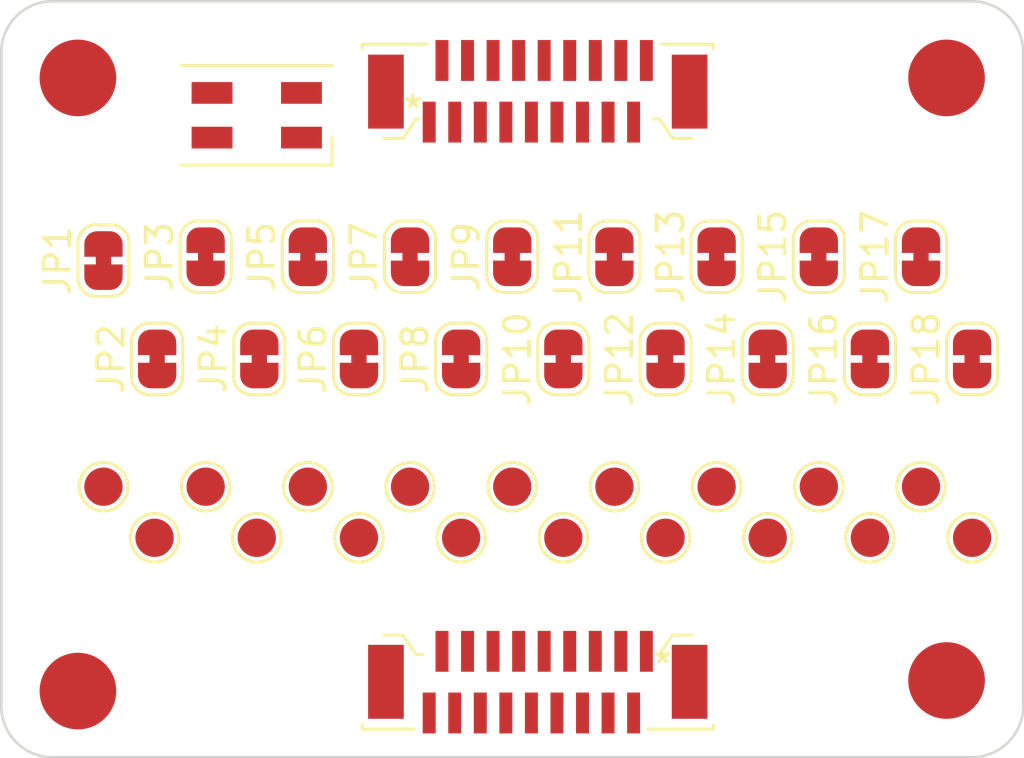
<source format=kicad_pcb>
(kicad_pcb (version 20211014) (generator pcbnew)
  (layers (0 "F.Cu" signal) (31 "B.Cu" signal) (34 "B.Paste" user) (35 "F.Paste" user) (36 "B.SilkS" user "B.Silkscreen") (37 "F.SilkS" user "F.Silkscreen") (38 "B.Mask" user) (39 "F.Mask" user) (44 "Edge.Cuts" user))
  (net 0 "")
  (net 1 "Net-(J1-Pad1)")
  (net 2 "Net-(J1-Pad2)")
  (net 3 "Net-(J1-Pad3)")
  (net 4 "Net-(J1-Pad4)")
  (net 5 "Net-(J1-Pad5)")
  (net 6 "Net-(J1-Pad6)")
  (net 7 "Net-(J1-Pad7)")
  (net 8 "Net-(J1-Pad8)")
  (net 9 "Net-(J1-Pad9)")
  (net 10 "Net-(J1-Pad10)")
  (net 11 "Net-(J1-Pad11)")
  (net 12 "Net-(J1-Pad12)")
  (net 13 "Net-(J1-Pad13)")
  (net 14 "Net-(J1-Pad14)")
  (net 15 "Net-(J1-Pad15)")
  (net 16 "Net-(J1-Pad16)")
  (net 17 "Net-(J1-Pad17)")
  (net 18 "Net-(J1-Pad18)")
  (net 23 "Net-(J2-Pad18)")
  (net 24 "Net-(J2-Pad17)")
  (net 25 "Net-(J2-Pad16)")
  (net 26 "Net-(J2-Pad15)")
  (net 27 "Net-(J2-Pad14)")
  (net 28 "Net-(J2-Pad13)")
  (net 29 "Net-(J2-Pad12)")
  (net 30 "Net-(J2-Pad11)")
  (net 31 "Net-(J2-Pad10)")
  (net 32 "Net-(J2-Pad9)")
  (net 33 "Net-(J2-Pad8)")
  (net 34 "Net-(J2-Pad7)")
  (net 35 "Net-(J2-Pad6)")
  (net 36 "Net-(J2-Pad5)")
  (net 37 "Net-(J2-Pad4)")
  (net 38 "Net-(J2-Pad3)")
  (net 39 "Net-(J2-Pad2)")
  (net 40 "Net-(J2-Pad1)")
  (footprint "TestPoint:TestPoint_Pad_D1.5mm" (layer "F.Cu") (at 158 100)
    (fp_text reference "TP10" hide)
    (fp_text value "TestPoint" hide)
    (fp_circle (center 0 0) (end 0 0.95) (layer "F.SilkS") (width 0.12) (fill none))
    (pad "1" smd circle (at 0 0) (size 1.5 1.5) (layers "F.Cu" "F.Mask") (net 9 "Net-(J1-Pad9)"))
  )
  (footprint "Jumper:SolderJumper-2_P1.3mm_Bridged_RoundedPad1.0x1.5mm" (layer "F.Cu") (at 162 93 90)
    (fp_text reference "JP12" (at 0 -1.8 90) (layer "F.SilkS"))
    (fp_text value "SolderJumper_2_Bridged" hide)
    (fp_poly (pts (xy 0.25 -0.3) (xy -0.25 -0.3) (xy -0.25 0.3) (xy 0.25 0.3)) (layer "F.Cu") (width 0) (fill solid))
    (fp_line (start -1.4 0.3) (end -1.4 -0.3) (layer "F.SilkS") (width 0.12))
    (fp_line (start 0.7 1) (end -0.7 1) (layer "F.SilkS") (width 0.12))
    (fp_line (start 1.4 -0.3) (end 1.4 0.3) (layer "F.SilkS") (width 0.12))
    (fp_line (start -0.7 -1) (end 0.7 -1) (layer "F.SilkS") (width 0.12))
    (fp_arc (start -1.4 -0.3) (mid -1.194975 -0.794975) (end -0.7 -1) (layer "F.SilkS") (width 0.12))
    (fp_arc (start 1.4 0.3) (mid 1.194975 0.794975) (end 0.7 1) (layer "F.SilkS") (width 0.12))
    (fp_arc (start -0.7 1) (mid -1.194975 0.794975) (end -1.4 0.3) (layer "F.SilkS") (width 0.12))
    (fp_arc (start 0.7 -1) (mid 1.194975 -0.794975) (end 1.4 -0.3) (layer "F.SilkS") (width 0.12))
    (pad "1" smd custom (at -0.65 0 90) (size 1 0.5) (layers "F.Cu" "F.Mask") (net 7 "Net-(J1-Pad7)") (options (clearance outline) (anchor rect)) (primitives (gr_circle (center 0 0.25) (end 0.5 0.25) (width 0) (fill yes)) (gr_circle (center 0 -0.25) (end 0.5 -0.25) (width 0) (fill yes)) (gr_poly (pts (xy 0.5 0.75) (xy 0 0.75) (xy 0 -0.75) (xy 0.5 -0.75)) (width 0) (fill yes))))
    (pad "2" smd custom (at 0.65 0 90) (size 1 0.5) (layers "F.Cu" "F.Mask") (net 29 "Net-(J2-Pad12)") (options (clearance outline) (anchor rect)) (primitives (gr_circle (center 0 0.25) (end 0.5 0.25) (width 0) (fill yes)) (gr_circle (center 0 -0.25) (end 0.5 -0.25) (width 0) (fill yes)) (gr_poly (pts (xy 0 0.75) (xy -0.5 0.75) (xy -0.5 -0.75) (xy 0 -0.75)) (width 0) (fill yes))))
  )
  (footprint "00_Custom:XF2J-1824-12A" (layer "F.Cu") (at 152.750001 83.73)
    (fp_text reference "J2" hide)
    (fp_text value "XF2J-1824-12A" hide)
    (fp_text user "*" (at -0.635 -0.508) (layer "F.SilkS"))
    (fp_line (start -1.016 0.635) (end -1.778 0.635) (layer "F.SilkS") (width 0.12))
    (fp_line (start 9.525 0.635) (end 10.287 0.635) (layer "F.SilkS") (width 0.12))
    (fp_line (start 11.120699 -2.883381) (end 11.120699 -3.048) (layer "F.SilkS") (width 0.12))
    (fp_line (start -1.016 0.635) (end -0.508 -0.127) (layer "F.SilkS") (width 0.12))
    (fp_line (start -2.620701 -3.048) (end -2.620701 -2.883381) (layer "F.SilkS") (width 0.12))
    (fp_line (start -0.086741 -3.048) (end -2.620701 -3.048) (layer "F.SilkS") (width 0.12))
    (fp_line (start -0.508 -0.127) (end -0.381 -0.127) (layer "F.SilkS") (width 0.12))
    (fp_line (start 9.017 -0.127) (end 8.763 -0.127) (layer "F.SilkS") (width 0.12))
    (fp_line (start 11.120699 -3.048) (end 9.086738 -3.048) (layer "F.SilkS") (width 0.12))
    (fp_line (start 9.525 0.635) (end 9.017 -0.127) (layer "F.SilkS") (width 0.12))
    (pad "1" smd rect (at 0 0) (size 0.508 1.6002) (layers "F.Cu" "F.Paste" "F.Mask") (net 40 "Net-(J2-Pad1)"))
    (pad "2" smd rect (at 0.499999 -2.413) (size 0.508 1.6002) (layers "F.Cu" "F.Paste" "F.Mask") (net 39 "Net-(J2-Pad2)"))
    (pad "3" smd rect (at 0.999998 0) (size 0.508 1.6002) (layers "F.Cu" "F.Paste" "F.Mask") (net 38 "Net-(J2-Pad3)"))
    (pad "4" smd rect (at 1.5 -2.413) (size 0.508 1.6002) (layers "F.Cu" "F.Paste" "F.Mask") (net 37 "Net-(J2-Pad4)"))
    (pad "5" smd rect (at 1.999999 0) (size 0.508 1.6002) (layers "F.Cu" "F.Paste" "F.Mask") (net 36 "Net-(J2-Pad5)"))
    (pad "6" smd rect (at 2.5 -2.413) (size 0.508 1.6002) (layers "F.Cu" "F.Paste" "F.Mask") (net 35 "Net-(J2-Pad6)"))
    (pad "7" smd rect (at 2.999999 0) (size 0.508 1.6002) (layers "F.Cu" "F.Paste" "F.Mask") (net 34 "Net-(J2-Pad7)"))
    (pad "8" smd rect (at 3.499998 -2.413) (size 0.508 1.6002) (layers "F.Cu" "F.Paste" "F.Mask") (net 33 "Net-(J2-Pad8)"))
    (pad "9" smd rect (at 4 0) (size 0.508 1.6002) (layers "F.Cu" "F.Paste" "F.Mask") (net 32 "Net-(J2-Pad9)"))
    (pad "10" smd rect (at 4.499999 -2.413) (size 0.508 1.6002) (layers "F.Cu" "F.Paste" "F.Mask") (net 31 "Net-(J2-Pad10)"))
    (pad "11" smd rect (at 4.999998 0) (size 0.508 1.6002) (layers "F.Cu" "F.Paste" "F.Mask") (net 30 "Net-(J2-Pad11)"))
    (pad "12" smd rect (at 5.499999 -2.413) (size 0.508 1.6002) (layers "F.Cu" "F.Paste" "F.Mask") (net 29 "Net-(J2-Pad12)"))
    (pad "13" smd rect (at 5.999998 0) (size 0.508 1.6002) (layers "F.Cu" "F.Paste" "F.Mask") (net 28 "Net-(J2-Pad13)"))
    (pad "14" smd rect (at 6.5 -2.413) (size 0.508 1.6002) (layers "F.Cu" "F.Paste" "F.Mask") (net 27 "Net-(J2-Pad14)"))
    (pad "15" smd rect (at 6.999999 0) (size 0.508 1.6002) (layers "F.Cu" "F.Paste" "F.Mask") (net 26 "Net-(J2-Pad15)"))
    (pad "16" smd rect (at 7.499998 -2.413) (size 0.508 1.6002) (layers "F.Cu" "F.Paste" "F.Mask") (net 25 "Net-(J2-Pad16)"))
    (pad "17" smd rect (at 7.999999 0) (size 0.508 1.6002) (layers "F.Cu" "F.Paste" "F.Mask") (net 24 "Net-(J2-Pad17)"))
    (pad "18" smd rect (at 8.499998 -2.413) (size 0.508 1.6002) (layers "F.Cu" "F.Paste" "F.Mask") (net 23 "Net-(J2-Pad18)"))
    (pad "19" smd rect (at -1.693601 -1.1938) (size 1.397 2.8956) (layers "F.Cu" "F.Paste" "F.Mask"))
    (pad "20" smd rect (at 10.193599 -1.1938) (size 1.397 2.8956) (layers "F.Cu" "F.Paste" "F.Mask"))
  )
  (footprint "TestPoint:TestPoint_Pad_D1.5mm" (layer "F.Cu") (at 140 98)
    (fp_text reference "TP1" hide)
    (fp_text value "TestPoint" hide)
    (fp_circle (center 0 0) (end 0 0.95) (layer "F.SilkS") (width 0.12) (fill none))
    (pad "1" smd circle (at 0 0) (size 1.5 1.5) (layers "F.Cu" "F.Mask") (net 18 "Net-(J1-Pad18)"))
  )
  (footprint "Jumper:SolderJumper-2_P1.3mm_Bridged_RoundedPad1.0x1.5mm" (layer "F.Cu") (at 140 89.150004 90)
    (fp_text reference "JP1" (at 0 -1.8 90) (layer "F.SilkS"))
    (fp_text value "SolderJumper_2_Bridged" hide)
    (fp_poly (pts (xy 0.25 -0.3) (xy -0.25 -0.3) (xy -0.25 0.3) (xy 0.25 0.3)) (layer "F.Cu") (width 0) (fill solid))
    (fp_line (start -0.7 -1) (end 0.7 -1) (layer "F.SilkS") (width 0.12))
    (fp_line (start -1.4 0.3) (end -1.4 -0.3) (layer "F.SilkS") (width 0.12))
    (fp_line (start 1.4 -0.3) (end 1.4 0.3) (layer "F.SilkS") (width 0.12))
    (fp_line (start 0.7 1) (end -0.7 1) (layer "F.SilkS") (width 0.12))
    (fp_arc (start 0.7 -1) (mid 1.194975 -0.794975) (end 1.4 -0.3) (layer "F.SilkS") (width 0.12))
    (fp_arc (start -1.4 -0.3) (mid -1.194975 -0.794975) (end -0.7 -1) (layer "F.SilkS") (width 0.12))
    (fp_arc (start -0.7 1) (mid -1.194975 0.794975) (end -1.4 0.3) (layer "F.SilkS") (width 0.12))
    (fp_arc (start 1.4 0.3) (mid 1.194975 0.794975) (end 0.7 1) (layer "F.SilkS") (width 0.12))
    (pad "1" smd custom (at -0.65 0 90) (size 1 0.5) (layers "F.Cu" "F.Mask") (net 18 "Net-(J1-Pad18)") (options (clearance outline) (anchor rect)) (primitives (gr_circle (center 0 0.25) (end 0.5 0.25) (width 0) (fill yes)) (gr_circle (center 0 -0.25) (end 0.5 -0.25) (width 0) (fill yes)) (gr_poly (pts (xy 0.5 0.75) (xy 0 0.75) (xy 0 -0.75) (xy 0.5 -0.75)) (width 0) (fill yes))))
    (pad "2" smd custom (at 0.65 0 90) (size 1 0.5) (layers "F.Cu" "F.Mask") (net 40 "Net-(J2-Pad1)") (options (clearance outline) (anchor rect)) (primitives (gr_circle (center 0 0.25) (end 0.5 0.25) (width 0) (fill yes)) (gr_circle (center 0 -0.25) (end 0.5 -0.25) (width 0) (fill yes)) (gr_poly (pts (xy 0 0.75) (xy -0.5 0.75) (xy -0.5 -0.75) (xy 0 -0.75)) (width 0) (fill yes))))
  )
  (footprint "Jumper:SolderJumper-2_P1.3mm_Bridged_RoundedPad1.0x1.5mm" (layer "F.Cu") (at 166 93 90)
    (fp_text reference "JP14" (at 0 -1.8 90) (layer "F.SilkS"))
    (fp_text value "SolderJumper_2_Bridged" hide)
    (fp_poly (pts (xy 0.25 -0.3) (xy -0.25 -0.3) (xy -0.25 0.3) (xy 0.25 0.3)) (layer "F.Cu") (width 0) (fill solid))
    (fp_line (start 0.7 1) (end -0.7 1) (layer "F.SilkS") (width 0.12))
    (fp_line (start -1.4 0.3) (end -1.4 -0.3) (layer "F.SilkS") (width 0.12))
    (fp_line (start 1.4 -0.3) (end 1.4 0.3) (layer "F.SilkS") (width 0.12))
    (fp_line (start -0.7 -1) (end 0.7 -1) (layer "F.SilkS") (width 0.12))
    (fp_arc (start -0.7 1) (mid -1.194975 0.794975) (end -1.4 0.3) (layer "F.SilkS") (width 0.12))
    (fp_arc (start -1.4 -0.3) (mid -1.194975 -0.794975) (end -0.7 -1) (layer "F.SilkS") (width 0.12))
    (fp_arc (start 0.7 -1) (mid 1.194975 -0.794975) (end 1.4 -0.3) (layer "F.SilkS") (width 0.12))
    (fp_arc (start 1.4 0.3) (mid 1.194975 0.794975) (end 0.7 1) (layer "F.SilkS") (width 0.12))
    (pad "1" smd custom (at -0.65 0 90) (size 1 0.5) (layers "F.Cu" "F.Mask") (net 5 "Net-(J1-Pad5)") (options (clearance outline) (anchor rect)) (primitives (gr_circle (center 0 0.25) (end 0.5 0.25) (width 0) (fill yes)) (gr_circle (center 0 -0.25) (end 0.5 -0.25) (width 0) (fill yes)) (gr_poly (pts (xy 0.5 0.75) (xy 0 0.75) (xy 0 -0.75) (xy 0.5 -0.75)) (width 0) (fill yes))))
    (pad "2" smd custom (at 0.65 0 90) (size 1 0.5) (layers "F.Cu" "F.Mask") (net 27 "Net-(J2-Pad14)") (options (clearance outline) (anchor rect)) (primitives (gr_circle (center 0 0.25) (end 0.5 0.25) (width 0) (fill yes)) (gr_circle (center 0 -0.25) (end 0.5 -0.25) (width 0) (fill yes)) (gr_poly (pts (xy 0 0.75) (xy -0.5 0.75) (xy -0.5 -0.75) (xy 0 -0.75)) (width 0) (fill yes))))
  )
  (footprint "Jumper:SolderJumper-2_P1.3mm_Bridged_RoundedPad1.0x1.5mm" (layer "F.Cu") (at 170 93 90)
    (fp_text reference "JP16" (at 0 -1.8 90) (layer "F.SilkS"))
    (fp_text value "SolderJumper_2_Bridged" hide)
    (fp_poly (pts (xy 0.25 -0.3) (xy -0.25 -0.3) (xy -0.25 0.3) (xy 0.25 0.3)) (layer "F.Cu") (width 0) (fill solid))
    (fp_line (start 1.4 -0.3) (end 1.4 0.3) (layer "F.SilkS") (width 0.12))
    (fp_line (start 0.7 1) (end -0.7 1) (layer "F.SilkS") (width 0.12))
    (fp_line (start -1.4 0.3) (end -1.4 -0.3) (layer "F.SilkS") (width 0.12))
    (fp_line (start -0.7 -1) (end 0.7 -1) (layer "F.SilkS") (width 0.12))
    (fp_arc (start -0.7 1) (mid -1.194975 0.794975) (end -1.4 0.3) (layer "F.SilkS") (width 0.12))
    (fp_arc (start 0.7 -1) (mid 1.194975 -0.794975) (end 1.4 -0.3) (layer "F.SilkS") (width 0.12))
    (fp_arc (start 1.4 0.3) (mid 1.194975 0.794975) (end 0.7 1) (layer "F.SilkS") (width 0.12))
    (fp_arc (start -1.4 -0.3) (mid -1.194975 -0.794975) (end -0.7 -1) (layer "F.SilkS") (width 0.12))
    (pad "1" smd custom (at -0.65 0 90) (size 1 0.5) (layers "F.Cu" "F.Mask") (net 3 "Net-(J1-Pad3)") (options (clearance outline) (anchor rect)) (primitives (gr_circle (center 0 0.25) (end 0.5 0.25) (width 0) (fill yes)) (gr_circle (center 0 -0.25) (end 0.5 -0.25) (width 0) (fill yes)) (gr_poly (pts (xy 0.5 0.75) (xy 0 0.75) (xy 0 -0.75) (xy 0.5 -0.75)) (width 0) (fill yes))))
    (pad "2" smd custom (at 0.65 0 90) (size 1 0.5) (layers "F.Cu" "F.Mask") (net 25 "Net-(J2-Pad16)") (options (clearance outline) (anchor rect)) (primitives (gr_circle (center 0 0.25) (end 0.5 0.25) (width 0) (fill yes)) (gr_circle (center 0 -0.25) (end 0.5 -0.25) (width 0) (fill yes)) (gr_poly (pts (xy 0 0.75) (xy -0.5 0.75) (xy -0.5 -0.75) (xy 0 -0.75)) (width 0) (fill yes))))
  )
  (footprint "Jumper:SolderJumper-2_P1.3mm_Bridged_RoundedPad1.0x1.5mm" (layer "F.Cu") (at 144 89 90)
    (fp_text reference "JP3" (at 0 -1.8 90) (layer "F.SilkS"))
    (fp_text value "SolderJumper_2_Bridged" hide)
    (fp_poly (pts (xy 0.25 -0.3) (xy -0.25 -0.3) (xy -0.25 0.3) (xy 0.25 0.3)) (layer "F.Cu") (width 0) (fill solid))
    (fp_line (start -0.7 -1) (end 0.7 -1) (layer "F.SilkS") (width 0.12))
    (fp_line (start -1.4 0.3) (end -1.4 -0.3) (layer "F.SilkS") (width 0.12))
    (fp_line (start 0.7 1) (end -0.7 1) (layer "F.SilkS") (width 0.12))
    (fp_line (start 1.4 -0.3) (end 1.4 0.3) (layer "F.SilkS") (width 0.12))
    (fp_arc (start -1.4 -0.3) (mid -1.194975 -0.794975) (end -0.7 -1) (layer "F.SilkS") (width 0.12))
    (fp_arc (start 1.4 0.3) (mid 1.194975 0.794975) (end 0.7 1) (layer "F.SilkS") (width 0.12))
    (fp_arc (start -0.7 1) (mid -1.194975 0.794975) (end -1.4 0.3) (layer "F.SilkS") (width 0.12))
    (fp_arc (start 0.7 -1) (mid 1.194975 -0.794975) (end 1.4 -0.3) (layer "F.SilkS") (width 0.12))
    (pad "1" smd custom (at -0.65 0 90) (size 1 0.5) (layers "F.Cu" "F.Mask") (net 16 "Net-(J1-Pad16)") (options (clearance outline) (anchor rect)) (primitives (gr_circle (center 0 0.25) (end 0.5 0.25) (width 0) (fill yes)) (gr_circle (center 0 -0.25) (end 0.5 -0.25) (width 0) (fill yes)) (gr_poly (pts (xy 0.5 0.75) (xy 0 0.75) (xy 0 -0.75) (xy 0.5 -0.75)) (width 0) (fill yes))))
    (pad "2" smd custom (at 0.65 0 90) (size 1 0.5) (layers "F.Cu" "F.Mask") (net 38 "Net-(J2-Pad3)") (options (clearance outline) (anchor rect)) (primitives (gr_circle (center 0 0.25) (end 0.5 0.25) (width 0) (fill yes)) (gr_circle (center 0 -0.25) (end 0.5 -0.25) (width 0) (fill yes)) (gr_poly (pts (xy 0 0.75) (xy -0.5 0.75) (xy -0.5 -0.75) (xy 0 -0.75)) (width 0) (fill yes))))
  )
  (footprint "Jumper:SolderJumper-2_P1.3mm_Bridged_RoundedPad1.0x1.5mm" (layer "F.Cu") (at 172 89 90)
    (fp_text reference "JP17" (at 0 -1.8 90) (layer "F.SilkS"))
    (fp_text value "SolderJumper_2_Bridged" hide)
    (fp_poly (pts (xy 0.25 -0.3) (xy -0.25 -0.3) (xy -0.25 0.3) (xy 0.25 0.3)) (layer "F.Cu") (width 0) (fill solid))
    (fp_line (start -0.7 -1) (end 0.7 -1) (layer "F.SilkS") (width 0.12))
    (fp_line (start -1.4 0.3) (end -1.4 -0.3) (layer "F.SilkS") (width 0.12))
    (fp_line (start 0.7 1) (end -0.7 1) (layer "F.SilkS") (width 0.12))
    (fp_line (start 1.4 -0.3) (end 1.4 0.3) (layer "F.SilkS") (width 0.12))
    (fp_arc (start 1.4 0.3) (mid 1.194975 0.794975) (end 0.7 1) (layer "F.SilkS") (width 0.12))
    (fp_arc (start -0.7 1) (mid -1.194975 0.794975) (end -1.4 0.3) (layer "F.SilkS") (width 0.12))
    (fp_arc (start -1.4 -0.3) (mid -1.194975 -0.794975) (end -0.7 -1) (layer "F.SilkS") (width 0.12))
    (fp_arc (start 0.7 -1) (mid 1.194975 -0.794975) (end 1.4 -0.3) (layer "F.SilkS") (width 0.12))
    (pad "1" smd custom (at -0.65 0 90) (size 1 0.5) (layers "F.Cu" "F.Mask") (net 2 "Net-(J1-Pad2)") (options (clearance outline) (anchor rect)) (primitives (gr_circle (center 0 0.25) (end 0.5 0.25) (width 0) (fill yes)) (gr_circle (center 0 -0.25) (end 0.5 -0.25) (width 0) (fill yes)) (gr_poly (pts (xy 0.5 0.75) (xy 0 0.75) (xy 0 -0.75) (xy 0.5 -0.75)) (width 0) (fill yes))))
    (pad "2" smd custom (at 0.65 0 90) (size 1 0.5) (layers "F.Cu" "F.Mask") (net 24 "Net-(J2-Pad17)") (options (clearance outline) (anchor rect)) (primitives (gr_circle (center 0 0.25) (end 0.5 0.25) (width 0) (fill yes)) (gr_circle (center 0 -0.25) (end 0.5 -0.25) (width 0) (fill yes)) (gr_poly (pts (xy 0 0.75) (xy -0.5 0.75) (xy -0.5 -0.75) (xy 0 -0.75)) (width 0) (fill yes))))
  )
  (footprint "00_Custom:XF2J-1824-12A" (layer "F.Cu") (at 161.249999 104.444 180)
    (fp_text reference "J1" hide)
    (fp_text value "XF2J-1824-12A" hide)
    (fp_text user "*" (at -0.635 -0.508) (layer "F.SilkS"))
    (fp_line (start 11.120699 -3.048) (end 9.086738 -3.048) (layer "F.SilkS") (width 0.12))
    (fp_line (start 9.017 -0.127) (end 8.763 -0.127) (layer "F.SilkS") (width 0.12))
    (fp_line (start 9.525 0.635) (end 9.017 -0.127) (layer "F.SilkS") (width 0.12))
    (fp_line (start -0.086741 -3.048) (end -2.620701 -3.048) (layer "F.SilkS") (width 0.12))
    (fp_line (start -0.508 -0.127) (end -0.381 -0.127) (layer "F.SilkS") (width 0.12))
    (fp_line (start 9.525 0.635) (end 10.287 0.635) (layer "F.SilkS") (width 0.12))
    (fp_line (start -2.620701 -3.048) (end -2.620701 -2.883381) (layer "F.SilkS") (width 0.12))
    (fp_line (start -1.016 0.635) (end -1.778 0.635) (layer "F.SilkS") (width 0.12))
    (fp_line (start 11.120699 -2.883381) (end 11.120699 -3.048) (layer "F.SilkS") (width 0.12))
    (fp_line (start -1.016 0.635) (end -0.508 -0.127) (layer "F.SilkS") (width 0.12))
    (pad "1" smd rect (at 0 0 180) (size 0.508 1.6002) (layers "F.Cu" "F.Paste" "F.Mask") (net 1 "Net-(J1-Pad1)"))
    (pad "2" smd rect (at 0.499999 -2.413 180) (size 0.508 1.6002) (layers "F.Cu" "F.Paste" "F.Mask") (net 2 "Net-(J1-Pad2)"))
    (pad "3" smd rect (at 0.999998 0 180) (size 0.508 1.6002) (layers "F.Cu" "F.Paste" "F.Mask") (net 3 "Net-(J1-Pad3)"))
    (pad "4" smd rect (at 1.5 -2.413 180) (size 0.508 1.6002) (layers "F.Cu" "F.Paste" "F.Mask") (net 4 "Net-(J1-Pad4)"))
    (pad "5" smd rect (at 1.999999 0 180) (size 0.508 1.6002) (layers "F.Cu" "F.Paste" "F.Mask") (net 5 "Net-(J1-Pad5)"))
    (pad "6" smd rect (at 2.5 -2.413 180) (size 0.508 1.6002) (layers "F.Cu" "F.Paste" "F.Mask") (net 6 "Net-(J1-Pad6)"))
    (pad "7" smd rect (at 2.999999 0 180) (size 0.508 1.6002) (layers "F.Cu" "F.Paste" "F.Mask") (net 7 "Net-(J1-Pad7)"))
    (pad "8" smd rect (at 3.499998 -2.413 180) (size 0.508 1.6002) (layers "F.Cu" "F.Paste" "F.Mask") (net 8 "Net-(J1-Pad8)"))
    (pad "9" smd rect (at 4 0 180) (size 0.508 1.6002) (layers "F.Cu" "F.Paste" "F.Mask") (net 9 "Net-(J1-Pad9)"))
    (pad "10" smd rect (at 4.499999 -2.413 180) (size 0.508 1.6002) (layers "F.Cu" "F.Paste" "F.Mask") (net 10 "Net-(J1-Pad10)"))
    (pad "11" smd rect (at 4.999998 0 180) (size 0.508 1.6002) (layers "F.Cu" "F.Paste" "F.Mask") (net 11 "Net-(J1-Pad11)"))
    (pad "12" smd rect (at 5.499999 -2.413 180) (size 0.508 1.6002) (layers "F.Cu" "F.Paste" "F.Mask") (net 12 "Net-(J1-Pad12)"))
    (pad "13" smd rect (at 5.999998 0 180) (size 0.508 1.6002) (layers "F.Cu" "F.Paste" "F.Mask") (net 13 "Net-(J1-Pad13)"))
    (pad "14" smd rect (at 6.5 -2.413 180) (size 0.508 1.6002) (layers "F.Cu" "F.Paste" "F.Mask") (net 14 "Net-(J1-Pad14)"))
    (pad "15" smd rect (at 6.999999 0 180) (size 0.508 1.6002) (layers "F.Cu" "F.Paste" "F.Mask") (net 15 "Net-(J1-Pad15)"))
    (pad "16" smd rect (at 7.499998 -2.413 180) (size 0.508 1.6002) (layers "F.Cu" "F.Paste" "F.Mask") (net 16 "Net-(J1-Pad16)"))
    (pad "17" smd rect (at 7.999999 0 180) (size 0.508 1.6002) (layers "F.Cu" "F.Paste" "F.Mask") (net 17 "Net-(J1-Pad17)"))
    (pad "18" smd rect (at 8.499998 -2.413 180) (size 0.508 1.6002) (layers "F.Cu" "F.Paste" "F.Mask") (net 18 "Net-(J1-Pad18)"))
    (pad "19" smd rect (at -1.693601 -1.1938 180) (size 1.397 2.8956) (layers "F.Cu" "F.Paste" "F.Mask"))
    (pad "20" smd rect (at 10.193599 -1.1938 180) (size 1.397 2.8956) (layers "F.Cu" "F.Paste" "F.Mask"))
  )
  (footprint "Jumper:SolderJumper-2_P1.3mm_Bridged_RoundedPad1.0x1.5mm" (layer "F.Cu") (at 156 89 90)
    (fp_text reference "JP9" (at 0 -1.8 90) (layer "F.SilkS"))
    (fp_text value "SolderJumper_2_Bridged" hide)
    (fp_poly (pts (xy 0.25 -0.3) (xy -0.25 -0.3) (xy -0.25 0.3) (xy 0.25 0.3)) (layer "F.Cu") (width 0) (fill solid))
    (fp_line (start -0.7 -1) (end 0.7 -1) (layer "F.SilkS") (width 0.12))
    (fp_line (start 0.7 1) (end -0.7 1) (layer "F.SilkS") (width 0.12))
    (fp_line (start 1.4 -0.3) (end 1.4 0.3) (layer "F.SilkS") (width 0.12))
    (fp_line (start -1.4 0.3) (end -1.4 -0.3) (layer "F.SilkS") (width 0.12))
    (fp_arc (start 1.4 0.3) (mid 1.194975 0.794975) (end 0.7 1) (layer "F.SilkS") (width 0.12))
    (fp_arc (start -0.7 1) (mid -1.194975 0.794975) (end -1.4 0.3) (layer "F.SilkS") (width 0.12))
    (fp_arc (start -1.4 -0.3) (mid -1.194975 -0.794975) (end -0.7 -1) (layer "F.SilkS") (width 0.12))
    (fp_arc (start 0.7 -1) (mid 1.194975 -0.794975) (end 1.4 -0.3) (layer "F.SilkS") (width 0.12))
    (pad "1" smd custom (at -0.65 0 90) (size 1 0.5) (layers "F.Cu" "F.Mask") (net 10 "Net-(J1-Pad10)") (options (clearance outline) (anchor rect)) (primitives (gr_circle (center 0 0.25) (end 0.5 0.25) (width 0) (fill yes)) (gr_circle (center 0 -0.25) (end 0.5 -0.25) (width 0) (fill yes)) (gr_poly (pts (xy 0.5 0.75) (xy 0 0.75) (xy 0 -0.75) (xy 0.5 -0.75)) (width 0) (fill yes))))
    (pad "2" smd custom (at 0.65 0 90) (size 1 0.5) (layers "F.Cu" "F.Mask") (net 32 "Net-(J2-Pad9)") (options (clearance outline) (anchor rect)) (primitives (gr_circle (center 0 0.25) (end 0.5 0.25) (width 0) (fill yes)) (gr_circle (center 0 -0.25) (end 0.5 -0.25) (width 0) (fill yes)) (gr_poly (pts (xy 0 0.75) (xy -0.5 0.75) (xy -0.5 -0.75) (xy 0 -0.75)) (width 0) (fill yes))))
  )
  (footprint "TestPoint:TestPoint_Pad_D1.5mm" (layer "F.Cu") (at 142 100)
    (fp_text reference "TP2" hide)
    (fp_text value "TestPoint" hide)
    (fp_circle (center 0 0) (end 0 0.95) (layer "F.SilkS") (width 0.12) (fill none))
    (pad "1" smd circle (at 0 0) (size 1.5 1.5) (layers "F.Cu" "F.Mask") (net 17 "Net-(J1-Pad17)"))
  )
  (footprint "TestPoint:TestPoint_Pad_D1.5mm" (layer "F.Cu") (at 162 100)
    (fp_text reference "TP12" hide)
    (fp_text value "TestPoint" hide)
    (fp_circle (center 0 0) (end 0 0.95) (layer "F.SilkS") (width 0.12) (fill none))
    (pad "1" smd circle (at 0 0) (size 1.5 1.5) (layers "F.Cu" "F.Mask") (net 7 "Net-(J1-Pad7)"))
  )
  (footprint "TestPoint:TestPoint_Pad_D1.5mm" (layer "F.Cu") (at 166 100)
    (fp_text reference "TP14" hide)
    (fp_text value "TestPoint" hide)
    (fp_circle (center 0 0) (end 0 0.95) (layer "F.SilkS") (width 0.12) (fill none))
    (pad "1" smd circle (at 0 0) (size 1.5 1.5) (layers "F.Cu" "F.Mask") (net 5 "Net-(J1-Pad5)"))
  )
  (footprint "TestPoint:TestPoint_Pad_D1.5mm" (layer "F.Cu") (at 174 100)
    (fp_text reference "TP18" hide)
    (fp_text value "TestPoint" hide)
    (fp_circle (center 0 0) (end 0 0.95) (layer "F.SilkS") (width 0.12) (fill none))
    (pad "1" smd circle (at 0 0) (size 1.5 1.5) (layers "F.Cu" "F.Mask") (net 1 "Net-(J1-Pad1)"))
  )
  (footprint "LED_SMD:LED_SK6812MINI_PLCC4_3.5x3.5mm_P1.75mm" (layer "F.Cu") (at 146 83.462)
    (fp_text reference "D1" hide)
    (fp_text value "SK6812MINI" hide)
    (fp_line (start -2.95 -1.95) (end 2.95 -1.95) (layer "F.SilkS") (width 0.12))
    (fp_line (start 2.95 1.95) (end 2.95 0.875) (layer "F.SilkS") (width 0.12))
    (fp_line (start -2.95 1.95) (end 2.95 1.95) (layer "F.SilkS") (width 0.12))
    (pad "1" smd rect (at -1.75 -0.875) (size 1.6 0.85) (layers "F.Cu" "F.Paste" "F.Mask"))
    (pad "2" smd rect (at -1.75 0.875) (size 1.6 0.85) (layers "F.Cu" "F.Paste" "F.Mask"))
    (pad "3" smd rect (at 1.75 0.875) (size 1.6 0.85) (layers "F.Cu" "F.Paste" "F.Mask"))
    (pad "4" smd rect (at 1.75 -0.875) (size 1.6 0.85) (layers "F.Cu" "F.Paste" "F.Mask"))
  )
  (footprint "TestPoint:TestPoint_Pad_D1.5mm" (layer "F.Cu") (at 160 98)
    (fp_text reference "TP11" hide)
    (fp_text value "TestPoint" hide)
    (fp_circle (center 0 0) (end 0 0.95) (layer "F.SilkS") (width 0.12) (fill none))
    (pad "1" smd circle (at 0 0) (size 1.5 1.5) (layers "F.Cu" "F.Mask") (net 8 "Net-(J1-Pad8)"))
  )
  (footprint "TestPoint:TestPoint_Pad_D1.5mm" (layer "F.Cu") (at 150 100)
    (fp_text reference "TP6" hide)
    (fp_text value "TestPoint" hide)
    (fp_circle (center 0 0) (end 0 0.95) (layer "F.SilkS") (width 0.12) (fill none))
    (pad "1" smd circle (at 0 0) (size 1.5 1.5) (layers "F.Cu" "F.Mask") (net 13 "Net-(J1-Pad13)"))
  )
  (footprint "Jumper:SolderJumper-2_P1.3mm_Bridged_RoundedPad1.0x1.5mm" (layer "F.Cu") (at 152 89 90)
    (fp_text reference "JP7" (at 0 -1.8 90) (layer "F.SilkS"))
    (fp_text value "SolderJumper_2_Bridged" hide)
    (fp_poly (pts (xy 0.25 -0.3) (xy -0.25 -0.3) (xy -0.25 0.3) (xy 0.25 0.3)) (layer "F.Cu") (width 0) (fill solid))
    (fp_line (start -1.4 0.3) (end -1.4 -0.3) (layer "F.SilkS") (width 0.12))
    (fp_line (start 1.4 -0.3) (end 1.4 0.3) (layer "F.SilkS") (width 0.12))
    (fp_line (start -0.7 -1) (end 0.7 -1) (layer "F.SilkS") (width 0.12))
    (fp_line (start 0.7 1) (end -0.7 1) (layer "F.SilkS") (width 0.12))
    (fp_arc (start 1.4 0.3) (mid 1.194975 0.794975) (end 0.7 1) (layer "F.SilkS") (width 0.12))
    (fp_arc (start 0.7 -1) (mid 1.194975 -0.794975) (end 1.4 -0.3) (layer "F.SilkS") (width 0.12))
    (fp_arc (start -1.4 -0.3) (mid -1.194975 -0.794975) (end -0.7 -1) (layer "F.SilkS") (width 0.12))
    (fp_arc (start -0.7 1) (mid -1.194975 0.794975) (end -1.4 0.3) (layer "F.SilkS") (width 0.12))
    (pad "1" smd custom (at -0.65 0 90) (size 1 0.5) (layers "F.Cu" "F.Mask") (net 12 "Net-(J1-Pad12)") (options (clearance outline) (anchor rect)) (primitives (gr_circle (center 0 0.25) (end 0.5 0.25) (width 0) (fill yes)) (gr_circle (center 0 -0.25) (end 0.5 -0.25) (width 0) (fill yes)) (gr_poly (pts (xy 0.5 0.75) (xy 0 0.75) (xy 0 -0.75) (xy 0.5 -0.75)) (width 0) (fill yes))))
    (pad "2" smd custom (at 0.65 0 90) (size 1 0.5) (layers "F.Cu" "F.Mask") (net 34 "Net-(J2-Pad7)") (options (clearance outline) (anchor rect)) (primitives (gr_circle (center 0 0.25) (end 0.5 0.25) (width 0) (fill yes)) (gr_circle (center 0 -0.25) (end 0.5 -0.25) (width 0) (fill yes)) (gr_poly (pts (xy 0 0.75) (xy -0.5 0.75) (xy -0.5 -0.75) (xy 0 -0.75)) (width 0) (fill yes))))
  )
  (footprint "TestPoint:TestPoint_Pad_D1.5mm" (layer "F.Cu") (at 146 100)
    (fp_text reference "TP4" hide)
    (fp_text value "TestPoint" hide)
    (fp_circle (center 0 0) (end 0 0.95) (layer "F.SilkS") (width 0.12) (fill none))
    (pad "1" smd circle (at 0 0) (size 1.5 1.5) (layers "F.Cu" "F.Mask") (net 15 "Net-(J1-Pad15)"))
  )
  (footprint "TestPoint:TestPoint_Pad_D1.5mm" (layer "F.Cu") (at 164 98)
    (fp_text reference "TP13" hide)
    (fp_text value "TestPoint" hide)
    (fp_circle (center 0 0) (end 0 0.95) (layer "F.SilkS") (width 0.12) (fill none))
    (pad "1" smd circle (at 0 0) (size 1.5 1.5) (layers "F.Cu" "F.Mask") (net 6 "Net-(J1-Pad6)"))
  )
  (footprint "TestPoint:TestPoint_Pad_D1.5mm" (layer "F.Cu") (at 172 98)
    (fp_text reference "TP17" hide)
    (fp_text value "TestPoint" hide)
    (fp_circle (center 0 0) (end 0 0.95) (layer "F.SilkS") (width 0.12) (fill none))
    (pad "1" smd circle (at 0 0) (size 1.5 1.5) (layers "F.Cu" "F.Mask") (net 2 "Net-(J1-Pad2)"))
  )
  (footprint "TestPoint:TestPoint_Pad_D1.5mm" (layer "F.Cu") (at 170 100)
    (fp_text reference "TP16" hide)
    (fp_text value "TestPoint" hide)
    (fp_circle (center 0 0) (end 0 0.95) (layer "F.SilkS") (width 0.12) (fill none))
    (pad "1" smd circle (at 0 0) (size 1.5 1.5) (layers "F.Cu" "F.Mask") (net 3 "Net-(J1-Pad3)"))
  )
  (footprint "Jumper:SolderJumper-2_P1.3mm_Bridged_RoundedPad1.0x1.5mm" (layer "F.Cu") (at 174 93 90)
    (fp_text reference "JP18" (at 0 -1.8 90) (layer "F.SilkS"))
    (fp_text value "SolderJumper_2_Bridged" hide)
    (fp_poly (pts (xy 0.25 -0.3) (xy -0.25 -0.3) (xy -0.25 0.3) (xy 0.25 0.3)) (layer "F.Cu") (width 0) (fill solid))
    (fp_line (start 1.4 -0.3) (end 1.4 0.3) (layer "F.SilkS") (width 0.12))
    (fp_line (start -0.7 -1) (end 0.7 -1) (layer "F.SilkS") (width 0.12))
    (fp_line (start 0.7 1) (end -0.7 1) (layer "F.SilkS") (width 0.12))
    (fp_line (start -1.4 0.3) (end -1.4 -0.3) (layer "F.SilkS") (width 0.12))
    (fp_arc (start -0.7 1) (mid -1.194975 0.794975) (end -1.4 0.3) (layer "F.SilkS") (width 0.12))
    (fp_arc (start -1.4 -0.3) (mid -1.194975 -0.794975) (end -0.7 -1) (layer "F.SilkS") (width 0.12))
    (fp_arc (start 0.7 -1) (mid 1.194975 -0.794975) (end 1.4 -0.3) (layer "F.SilkS") (width 0.12))
    (fp_arc (start 1.4 0.3) (mid 1.194975 0.794975) (end 0.7 1) (layer "F.SilkS") (width 0.12))
    (pad "1" smd custom (at -0.65 0 90) (size 1 0.5) (layers "F.Cu" "F.Mask") (net 1 "Net-(J1-Pad1)") (options (clearance outline) (anchor rect)) (primitives (gr_circle (center 0 0.25) (end 0.5 0.25) (width 0) (fill yes)) (gr_circle (center 0 -0.25) (end 0.5 -0.25) (width 0) (fill yes)) (gr_poly (pts (xy 0.5 0.75) (xy 0 0.75) (xy 0 -0.75) (xy 0.5 -0.75)) (width 0) (fill yes))))
    (pad "2" smd custom (at 0.65 0 90) (size 1 0.5) (layers "F.Cu" "F.Mask") (net 23 "Net-(J2-Pad18)") (options (clearance outline) (anchor rect)) (primitives (gr_circle (center 0 0.25) (end 0.5 0.25) (width 0) (fill yes)) (gr_circle (center 0 -0.25) (end 0.5 -0.25) (width 0) (fill yes)) (gr_poly (pts (xy 0 0.75) (xy -0.5 0.75) (xy -0.5 -0.75) (xy 0 -0.75)) (width 0) (fill yes))))
  )
  (footprint "Jumper:SolderJumper-2_P1.3mm_Bridged_RoundedPad1.0x1.5mm" (layer "F.Cu") (at 168 89 90)
    (fp_text reference "JP15" (at 0 -1.8 90) (layer "F.SilkS"))
    (fp_text value "SolderJumper_2_Bridged" hide)
    (fp_poly (pts (xy 0.25 -0.3) (xy -0.25 -0.3) (xy -0.25 0.3) (xy 0.25 0.3)) (layer "F.Cu") (width 0) (fill solid))
    (fp_line (start 1.4 -0.3) (end 1.4 0.3) (layer "F.SilkS") (width 0.12))
    (fp_line (start -0.7 -1) (end 0.7 -1) (layer "F.SilkS") (width 0.12))
    (fp_line (start 0.7 1) (end -0.7 1) (layer "F.SilkS") (width 0.12))
    (fp_line (start -1.4 0.3) (end -1.4 -0.3) (layer "F.SilkS") (width 0.12))
    (fp_arc (start -1.4 -0.3) (mid -1.194975 -0.794975) (end -0.7 -1) (layer "F.SilkS") (width 0.12))
    (fp_arc (start 1.4 0.3) (mid 1.194975 0.794975) (end 0.7 1) (layer "F.SilkS") (width 0.12))
    (fp_arc (start -0.7 1) (mid -1.194975 0.794975) (end -1.4 0.3) (layer "F.SilkS") (width 0.12))
    (fp_arc (start 0.7 -1) (mid 1.194975 -0.794975) (end 1.4 -0.3) (layer "F.SilkS") (width 0.12))
    (pad "1" smd custom (at -0.65 0 90) (size 1 0.5) (layers "F.Cu" "F.Mask") (net 4 "Net-(J1-Pad4)") (options (clearance outline) (anchor rect)) (primitives (gr_circle (center 0 0.25) (end 0.5 0.25) (width 0) (fill yes)) (gr_circle (center 0 -0.25) (end 0.5 -0.25) (width 0) (fill yes)) (gr_poly (pts (xy 0.5 0.75) (xy 0 0.75) (xy 0 -0.75) (xy 0.5 -0.75)) (width 0) (fill yes))))
    (pad "2" smd custom (at 0.65 0 90) (size 1 0.5) (layers "F.Cu" "F.Mask") (net 26 "Net-(J2-Pad15)") (options (clearance outline) (anchor rect)) (primitives (gr_circle (center 0 0.25) (end 0.5 0.25) (width 0) (fill yes)) (gr_circle (center 0 -0.25) (end 0.5 -0.25) (width 0) (fill yes)) (gr_poly (pts (xy 0 0.75) (xy -0.5 0.75) (xy -0.5 -0.75) (xy 0 -0.75)) (width 0) (fill yes))))
  )
  (footprint "TestPoint:TestPoint_Pad_D1.5mm" (layer "F.Cu") (at 152 98)
    (fp_text reference "TP7" hide)
    (fp_text value "TestPoint" hide)
    (fp_circle (center 0 0) (end 0 0.95) (layer "F.SilkS") (width 0.12) (fill none))
    (pad "1" smd circle (at 0 0) (size 1.5 1.5) (layers "F.Cu" "F.Mask") (net 12 "Net-(J1-Pad12)"))
  )
  (footprint "Jumper:SolderJumper-2_P1.3mm_Bridged_RoundedPad1.0x1.5mm" (layer "F.Cu") (at 142.099997 93 90)
    (fp_text reference "JP2" (at 0 -1.8 90) (layer "F.SilkS"))
    (fp_text value "SolderJumper_2_Bridged" hide)
    (fp_poly (pts (xy 0.25 -0.3) (xy -0.25 -0.3) (xy -0.25 0.3) (xy 0.25 0.3)) (layer "F.Cu") (width 0) (fill solid))
    (fp_line (start -1.4 0.3) (end -1.4 -0.3) (layer "F.SilkS") (width 0.12))
    (fp_line (start -0.7 -1) (end 0.7 -1) (layer "F.SilkS") (width 0.12))
    (fp_line (start 0.7 1) (end -0.7 1) (layer "F.SilkS") (width 0.12))
    (fp_line (start 1.4 -0.3) (end 1.4 0.3) (layer "F.SilkS") (width 0.12))
    (fp_arc (start -0.7 1) (mid -1.194975 0.794975) (end -1.4 0.3) (layer "F.SilkS") (width 0.12))
    (fp_arc (start -1.4 -0.3) (mid -1.194975 -0.794975) (end -0.7 -1) (layer "F.SilkS") (width 0.12))
    (fp_arc (start 0.7 -1) (mid 1.194975 -0.794975) (end 1.4 -0.3) (layer "F.SilkS") (width 0.12))
    (fp_arc (start 1.4 0.3) (mid 1.194975 0.794975) (end 0.7 1) (layer "F.SilkS") (width 0.12))
    (pad "1" smd custom (at -0.65 0 90) (size 1 0.5) (layers "F.Cu" "F.Mask") (net 17 "Net-(J1-Pad17)") (options (clearance outline) (anchor rect)) (primitives (gr_circle (center 0 0.25) (end 0.5 0.25) (width 0) (fill yes)) (gr_circle (center 0 -0.25) (end 0.5 -0.25) (width 0) (fill yes)) (gr_poly (pts (xy 0.5 0.75) (xy 0 0.75) (xy 0 -0.75) (xy 0.5 -0.75)) (width 0) (fill yes))))
    (pad "2" smd custom (at 0.65 0 90) (size 1 0.5) (layers "F.Cu" "F.Mask") (net 39 "Net-(J2-Pad2)") (options (clearance outline) (anchor rect)) (primitives (gr_circle (center 0 0.25) (end 0.5 0.25) (width 0) (fill yes)) (gr_circle (center 0 -0.25) (end 0.5 -0.25) (width 0) (fill yes)) (gr_poly (pts (xy 0 0.75) (xy -0.5 0.75) (xy -0.5 -0.75) (xy 0 -0.75)) (width 0) (fill yes))))
  )
  (footprint "Jumper:SolderJumper-2_P1.3mm_Bridged_RoundedPad1.0x1.5mm" (layer "F.Cu") (at 158 93 90)
    (fp_text reference "JP10" (at 0 -1.8 90) (layer "F.SilkS"))
    (fp_text value "SolderJumper_2_Bridged" hide)
    (fp_poly (pts (xy 0.25 -0.3) (xy -0.25 -0.3) (xy -0.25 0.3) (xy 0.25 0.3)) (layer "F.Cu") (width 0) (fill solid))
    (fp_line (start 1.4 -0.3) (end 1.4 0.3) (layer "F.SilkS") (width 0.12))
    (fp_line (start 0.7 1) (end -0.7 1) (layer "F.SilkS") (width 0.12))
    (fp_line (start -1.4 0.3) (end -1.4 -0.3) (layer "F.SilkS") (width 0.12))
    (fp_line (start -0.7 -1) (end 0.7 -1) (layer "F.SilkS") (width 0.12))
    (fp_arc (start -0.7 1) (mid -1.194975 0.794975) (end -1.4 0.3) (layer "F.SilkS") (width 0.12))
    (fp_arc (start 0.7 -1) (mid 1.194975 -0.794975) (end 1.4 -0.3) (layer "F.SilkS") (width 0.12))
    (fp_arc (start -1.4 -0.3) (mid -1.194975 -0.794975) (end -0.7 -1) (layer "F.SilkS") (width 0.12))
    (fp_arc (start 1.4 0.3) (mid 1.194975 0.794975) (end 0.7 1) (layer "F.SilkS") (width 0.12))
    (pad "1" smd custom (at -0.65 0 90) (size 1 0.5) (layers "F.Cu" "F.Mask") (net 9 "Net-(J1-Pad9)") (options (clearance outline) (anchor rect)) (primitives (gr_circle (center 0 0.25) (end 0.5 0.25) (width 0) (fill yes)) (gr_circle (center 0 -0.25) (end 0.5 -0.25) (width 0) (fill yes)) (gr_poly (pts (xy 0.5 0.75) (xy 0 0.75) (xy 0 -0.75) (xy 0.5 -0.75)) (width 0) (fill yes))))
    (pad "2" smd custom (at 0.65 0 90) (size 1 0.5) (layers "F.Cu" "F.Mask") (net 31 "Net-(J2-Pad10)") (options (clearance outline) (anchor rect)) (primitives (gr_circle (center 0 0.25) (end 0.5 0.25) (width 0) (fill yes)) (gr_circle (center 0 -0.25) (end 0.5 -0.25) (width 0) (fill yes)) (gr_poly (pts (xy 0 0.75) (xy -0.5 0.75) (xy -0.5 -0.75) (xy 0 -0.75)) (width 0) (fill yes))))
  )
  (footprint "TestPoint:TestPoint_Pad_D1.5mm" (layer "F.Cu") (at 148 98)
    (fp_text reference "TP5" hide)
    (fp_text value "TestPoint" hide)
    (fp_circle (center 0 0) (end 0 0.95) (layer "F.SilkS") (width 0.12) (fill none))
    (pad "1" smd circle (at 0 0) (size 1.5 1.5) (layers "F.Cu" "F.Mask") (net 14 "Net-(J1-Pad14)"))
  )
  (footprint "TestPoint:TestPoint_Pad_D1.5mm" (layer "F.Cu") (at 168 98)
    (fp_text reference "TP15" hide)
    (fp_text value "TestPoint" hide)
    (fp_circle (center 0 0) (end 0 0.95) (layer "F.SilkS") (width 0.12) (fill none))
    (pad "1" smd circle (at 0 0) (size 1.5 1.5) (layers "F.Cu" "F.Mask") (net 4 "Net-(J1-Pad4)"))
  )
  (footprint "TestPoint:TestPoint_Pad_D1.5mm" (layer "F.Cu") (at 156 98)
    (fp_text reference "TP9" hide)
    (fp_text value "TestPoint" hide)
    (fp_circle (center 0 0) (end 0 0.95) (layer "F.SilkS") (width 0.12) (fill none))
    (pad "1" smd circle (at 0 0) (size 1.5 1.5) (layers "F.Cu" "F.Mask") (net 10 "Net-(J1-Pad10)"))
  )
  (footprint "Jumper:SolderJumper-2_P1.3mm_Bridged_RoundedPad1.0x1.5mm" (layer "F.Cu") (at 154 93 90)
    (fp_text reference "JP8" (at 0 -1.8 90) (layer "F.SilkS"))
    (fp_text value "SolderJumper_2_Bridged" hide)
    (fp_poly (pts (xy 0.25 -0.3) (xy -0.25 -0.3) (xy -0.25 0.3) (xy 0.25 0.3)) (layer "F.Cu") (width 0) (fill solid))
    (fp_line (start -1.4 0.3) (end -1.4 -0.3) (layer "F.SilkS") (width 0.12))
    (fp_line (start 1.4 -0.3) (end 1.4 0.3) (layer "F.SilkS") (width 0.12))
    (fp_line (start -0.7 -1) (end 0.7 -1) (layer "F.SilkS") (width 0.12))
    (fp_line (start 0.7 1) (end -0.7 1) (layer "F.SilkS") (width 0.12))
    (fp_arc (start -0.7 1) (mid -1.194975 0.794975) (end -1.4 0.3) (layer "F.SilkS") (width 0.12))
    (fp_arc (start -1.4 -0.3) (mid -1.194975 -0.794975) (end -0.7 -1) (layer "F.SilkS") (width 0.12))
    (fp_arc (start 1.4 0.3) (mid 1.194975 0.794975) (end 0.7 1) (layer "F.SilkS") (width 0.12))
    (fp_arc (start 0.7 -1) (mid 1.194975 -0.794975) (end 1.4 -0.3) (layer "F.SilkS") (width 0.12))
    (pad "1" smd custom (at -0.65 0 90) (size 1 0.5) (layers "F.Cu" "F.Mask") (net 11 "Net-(J1-Pad11)") (options (clearance outline) (anchor rect)) (primitives (gr_circle (center 0 0.25) (end 0.5 0.25) (width 0) (fill yes)) (gr_circle (center 0 -0.25) (end 0.5 -0.25) (width 0) (fill yes)) (gr_poly (pts (xy 0.5 0.75) (xy 0 0.75) (xy 0 -0.75) (xy 0.5 -0.75)) (width 0) (fill yes))))
    (pad "2" smd custom (at 0.65 0 90) (size 1 0.5) (layers "F.Cu" "F.Mask") (net 33 "Net-(J2-Pad8)") (options (clearance outline) (anchor rect)) (primitives (gr_circle (center 0 0.25) (end 0.5 0.25) (width 0) (fill yes)) (gr_circle (center 0 -0.25) (end 0.5 -0.25) (width 0) (fill yes)) (gr_poly (pts (xy 0 0.75) (xy -0.5 0.75) (xy -0.5 -0.75) (xy 0 -0.75)) (width 0) (fill yes))))
  )
  (footprint "TestPoint:TestPoint_Pad_D1.5mm" (layer "F.Cu") (at 144 98)
    (fp_text reference "TP3" hide)
    (fp_text value "TestPoint" hide)
    (fp_circle (center 0 0) (end 0 0.95) (layer "F.SilkS") (width 0.12) (fill none))
    (pad "1" smd circle (at 0 0) (size 1.5 1.5) (layers "F.Cu" "F.Mask") (net 16 "Net-(J1-Pad16)"))
  )
  (footprint "Jumper:SolderJumper-2_P1.3mm_Bridged_RoundedPad1.0x1.5mm" (layer "F.Cu") (at 148 89 90)
    (fp_text reference "JP5" (at 0 -1.8 90) (layer "F.SilkS"))
    (fp_text value "SolderJumper_2_Bridged" hide)
    (fp_poly (pts (xy 0.25 -0.3) (xy -0.25 -0.3) (xy -0.25 0.3) (xy 0.25 0.3)) (layer "F.Cu") (width 0) (fill solid))
    (fp_line (start 0.7 1) (end -0.7 1) (layer "F.SilkS") (width 0.12))
    (fp_line (start -1.4 0.3) (end -1.4 -0.3) (layer "F.SilkS") (width 0.12))
    (fp_line (start 1.4 -0.3) (end 1.4 0.3) (layer "F.SilkS") (width 0.12))
    (fp_line (start -0.7 -1) (end 0.7 -1) (layer "F.SilkS") (width 0.12))
    (fp_arc (start -1.4 -0.3) (mid -1.194975 -0.794975) (end -0.7 -1) (layer "F.SilkS") (width 0.12))
    (fp_arc (start 1.4 0.3) (mid 1.194975 0.794975) (end 0.7 1) (layer "F.SilkS") (width 0.12))
    (fp_arc (start -0.7 1) (mid -1.194975 0.794975) (end -1.4 0.3) (layer "F.SilkS") (width 0.12))
    (fp_arc (start 0.7 -1) (mid 1.194975 -0.794975) (end 1.4 -0.3) (layer "F.SilkS") (width 0.12))
    (pad "1" smd custom (at -0.65 0 90) (size 1 0.5) (layers "F.Cu" "F.Mask") (net 14 "Net-(J1-Pad14)") (options (clearance outline) (anchor rect)) (primitives (gr_circle (center 0 0.25) (end 0.5 0.25) (width 0) (fill yes)) (gr_circle (center 0 -0.25) (end 0.5 -0.25) (width 0) (fill yes)) (gr_poly (pts (xy 0.5 0.75) (xy 0 0.75) (xy 0 -0.75) (xy 0.5 -0.75)) (width 0) (fill yes))))
    (pad "2" smd custom (at 0.65 0 90) (size 1 0.5) (layers "F.Cu" "F.Mask") (net 36 "Net-(J2-Pad5)") (options (clearance outline) (anchor rect)) (primitives (gr_circle (center 0 0.25) (end 0.5 0.25) (width 0) (fill yes)) (gr_circle (center 0 -0.25) (end 0.5 -0.25) (width 0) (fill yes)) (gr_poly (pts (xy 0 0.75) (xy -0.5 0.75) (xy -0.5 -0.75) (xy 0 -0.75)) (width 0) (fill yes))))
  )
  (footprint "Jumper:SolderJumper-2_P1.3mm_Bridged_RoundedPad1.0x1.5mm" (layer "F.Cu") (at 160 89 90)
    (fp_text reference "JP11" (at 0 -1.8 90) (layer "F.SilkS"))
    (fp_text value "SolderJumper_2_Bridged" hide)
    (fp_poly (pts (xy 0.25 -0.3) (xy -0.25 -0.3) (xy -0.25 0.3) (xy 0.25 0.3)) (layer "F.Cu") (width 0) (fill solid))
    (fp_line (start -0.7 -1) (end 0.7 -1) (layer "F.SilkS") (width 0.12))
    (fp_line (start -1.4 0.3) (end -1.4 -0.3) (layer "F.SilkS") (width 0.12))
    (fp_line (start 0.7 1) (end -0.7 1) (layer "F.SilkS") (width 0.12))
    (fp_line (start 1.4 -0.3) (end 1.4 0.3) (layer "F.SilkS") (width 0.12))
    (fp_arc (start -1.4 -0.3) (mid -1.194975 -0.794975) (end -0.7 -1) (layer "F.SilkS") (width 0.12))
    (fp_arc (start 0.7 -1) (mid 1.194975 -0.794975) (end 1.4 -0.3) (layer "F.SilkS") (width 0.12))
    (fp_arc (start 1.4 0.3) (mid 1.194975 0.794975) (end 0.7 1) (layer "F.SilkS") (width 0.12))
    (fp_arc (start -0.7 1) (mid -1.194975 0.794975) (end -1.4 0.3) (layer "F.SilkS") (width 0.12))
    (pad "1" smd custom (at -0.65 0 90) (size 1 0.5) (layers "F.Cu" "F.Mask") (net 8 "Net-(J1-Pad8)") (options (clearance outline) (anchor rect)) (primitives (gr_circle (center 0 0.25) (end 0.5 0.25) (width 0) (fill yes)) (gr_circle (center 0 -0.25) (end 0.5 -0.25) (width 0) (fill yes)) (gr_poly (pts (xy 0.5 0.75) (xy 0 0.75) (xy 0 -0.75) (xy 0.5 -0.75)) (width 0) (fill yes))))
    (pad "2" smd custom (at 0.65 0 90) (size 1 0.5) (layers "F.Cu" "F.Mask") (net 30 "Net-(J2-Pad11)") (options (clearance outline) (anchor rect)) (primitives (gr_circle (center 0 0.25) (end 0.5 0.25) (width 0) (fill yes)) (gr_circle (center 0 -0.25) (end 0.5 -0.25) (width 0) (fill yes)) (gr_poly (pts (xy 0 0.75) (xy -0.5 0.75) (xy -0.5 -0.75) (xy 0 -0.75)) (width 0) (fill yes))))
  )
  (footprint "Jumper:SolderJumper-2_P1.3mm_Bridged_RoundedPad1.0x1.5mm" (layer "F.Cu") (at 164 89 90)
    (fp_text reference "JP13" (at 0 -1.8 90) (layer "F.SilkS"))
    (fp_text value "SolderJumper_2_Bridged" hide)
    (fp_poly (pts (xy 0.25 -0.3) (xy -0.25 -0.3) (xy -0.25 0.3) (xy 0.25 0.3)) (layer "F.Cu") (width 0) (fill solid))
    (fp_line (start -1.4 0.3) (end -1.4 -0.3) (layer "F.SilkS") (width 0.12))
    (fp_line (start 1.4 -0.3) (end 1.4 0.3) (layer "F.SilkS") (width 0.12))
    (fp_line (start -0.7 -1) (end 0.7 -1) (layer "F.SilkS") (width 0.12))
    (fp_line (start 0.7 1) (end -0.7 1) (layer "F.SilkS") (width 0.12))
    (fp_arc (start 1.4 0.3) (mid 1.194975 0.794975) (end 0.7 1) (layer "F.SilkS") (width 0.12))
    (fp_arc (start 0.7 -1) (mid 1.194975 -0.794975) (end 1.4 -0.3) (layer "F.SilkS") (width 0.12))
    (fp_arc (start -1.4 -0.3) (mid -1.194975 -0.794975) (end -0.7 -1) (layer "F.SilkS") (width 0.12))
    (fp_arc (start -0.7 1) (mid -1.194975 0.794975) (end -1.4 0.3) (layer "F.SilkS") (width 0.12))
    (pad "1" smd custom (at -0.65 0 90) (size 1 0.5) (layers "F.Cu" "F.Mask") (net 6 "Net-(J1-Pad6)") (options (clearance outline) (anchor rect)) (primitives (gr_circle (center 0 0.25) (end 0.5 0.25) (width 0) (fill yes)) (gr_circle (center 0 -0.25) (end 0.5 -0.25) (width 0) (fill yes)) (gr_poly (pts (xy 0.5 0.75) (xy 0 0.75) (xy 0 -0.75) (xy 0.5 -0.75)) (width 0) (fill yes))))
    (pad "2" smd custom (at 0.65 0 90) (size 1 0.5) (layers "F.Cu" "F.Mask") (net 28 "Net-(J2-Pad13)") (options (clearance outline) (anchor rect)) (primitives (gr_circle (center 0 0.25) (end 0.5 0.25) (width 0) (fill yes)) (gr_circle (center 0 -0.25) (end 0.5 -0.25) (width 0) (fill yes)) (gr_poly (pts (xy 0 0.75) (xy -0.5 0.75) (xy -0.5 -0.75) (xy 0 -0.75)) (width 0) (fill yes))))
  )
  (footprint "Jumper:SolderJumper-2_P1.3mm_Bridged_RoundedPad1.0x1.5mm" (layer "F.Cu") (at 146.099997 93 90)
    (fp_text reference "JP4" (at 0 -1.8 90) (layer "F.SilkS"))
    (fp_text value "SolderJumper_2_Bridged" hide)
    (fp_poly (pts (xy 0.25 -0.3) (xy -0.25 -0.3) (xy -0.25 0.3) (xy 0.25 0.3)) (layer "F.Cu") (width 0) (fill solid))
    (fp_line (start 1.4 -0.3) (end 1.4 0.3) (layer "F.SilkS") (width 0.12))
    (fp_line (start 0.7 1) (end -0.7 1) (layer "F.SilkS") (width 0.12))
    (fp_line (start -0.7 -1) (end 0.7 -1) (layer "F.SilkS") (width 0.12))
    (fp_line (start -1.4 0.3) (end -1.4 -0.3) (layer "F.SilkS") (width 0.12))
    (fp_arc (start -1.4 -0.3) (mid -1.194975 -0.794975) (end -0.7 -1) (layer "F.SilkS") (width 0.12))
    (fp_arc (start -0.7 1) (mid -1.194975 0.794975) (end -1.4 0.3) (layer "F.SilkS") (width 0.12))
    (fp_arc (start 0.7 -1) (mid 1.194975 -0.794975) (end 1.4 -0.3) (layer "F.SilkS") (width 0.12))
    (fp_arc (start 1.4 0.3) (mid 1.194975 0.794975) (end 0.7 1) (layer "F.SilkS") (width 0.12))
    (pad "1" smd custom (at -0.65 0 90) (size 1 0.5) (layers "F.Cu" "F.Mask") (net 15 "Net-(J1-Pad15)") (options (clearance outline) (anchor rect)) (primitives (gr_circle (center 0 0.25) (end 0.5 0.25) (width 0) (fill yes)) (gr_circle (center 0 -0.25) (end 0.5 -0.25) (width 0) (fill yes)) (gr_poly (pts (xy 0.5 0.75) (xy 0 0.75) (xy 0 -0.75) (xy 0.5 -0.75)) (width 0) (fill yes))))
    (pad "2" smd custom (at 0.65 0 90) (size 1 0.5) (layers "F.Cu" "F.Mask") (net 37 "Net-(J2-Pad4)") (options (clearance outline) (anchor rect)) (primitives (gr_circle (center 0 0.25) (end 0.5 0.25) (width 0) (fill yes)) (gr_circle (center 0 -0.25) (end 0.5 -0.25) (width 0) (fill yes)) (gr_poly (pts (xy 0 0.75) (xy -0.5 0.75) (xy -0.5 -0.75) (xy 0 -0.75)) (width 0) (fill yes))))
  )
  (footprint "Jumper:SolderJumper-2_P1.3mm_Bridged_RoundedPad1.0x1.5mm" (layer "F.Cu") (at 150 93 90)
    (fp_text reference "JP6" (at 0 -1.8 90) (layer "F.SilkS"))
    (fp_text value "SolderJumper_2_Bridged" hide)
    (fp_poly (pts (xy 0.25 -0.3) (xy -0.25 -0.3) (xy -0.25 0.3) (xy 0.25 0.3)) (layer "F.Cu") (width 0) (fill solid))
    (fp_line (start 0.7 1) (end -0.7 1) (layer "F.SilkS") (width 0.12))
    (fp_line (start 1.4 -0.3) (end 1.4 0.3) (layer "F.SilkS") (width 0.12))
    (fp_line (start -0.7 -1) (end 0.7 -1) (layer "F.SilkS") (width 0.12))
    (fp_line (start -1.4 0.3) (end -1.4 -0.3) (layer "F.SilkS") (width 0.12))
    (fp_arc (start 1.4 0.3) (mid 1.194975 0.794975) (end 0.7 1) (layer "F.SilkS") (width 0.12))
    (fp_arc (start -0.7 1) (mid -1.194975 0.794975) (end -1.4 0.3) (layer "F.SilkS") (width 0.12))
    (fp_arc (start 0.7 -1) (mid 1.194975 -0.794975) (end 1.4 -0.3) (layer "F.SilkS") (width 0.12))
    (fp_arc (start -1.4 -0.3) (mid -1.194975 -0.794975) (end -0.7 -1) (layer "F.SilkS") (width 0.12))
    (pad "1" smd custom (at -0.65 0 90) (size 1 0.5) (layers "F.Cu" "F.Mask") (net 13 "Net-(J1-Pad13)") (options (clearance outline) (anchor rect)) (primitives (gr_circle (center 0 0.25) (end 0.5 0.25) (width 0) (fill yes)) (gr_circle (center 0 -0.25) (end 0.5 -0.25) (width 0) (fill yes)) (gr_poly (pts (xy 0.5 0.75) (xy 0 0.75) (xy 0 -0.75) (xy 0.5 -0.75)) (width 0) (fill yes))))
    (pad "2" smd custom (at 0.65 0 90) (size 1 0.5) (layers "F.Cu" "F.Mask") (net 35 "Net-(J2-Pad6)") (options (clearance outline) (anchor rect)) (primitives (gr_circle (center 0 0.25) (end 0.5 0.25) (width 0) (fill yes)) (gr_circle (center 0 -0.25) (end 0.5 -0.25) (width 0) (fill yes)) (gr_poly (pts (xy 0 0.75) (xy -0.5 0.75) (xy -0.5 -0.75) (xy 0 -0.75)) (width 0) (fill yes))))
  )
  (footprint "TestPoint:TestPoint_Pad_D1.5mm" (layer "F.Cu") (at 154 100)
    (fp_text reference "TP8" hide)
    (fp_text value "TestPoint" hide)
    (fp_circle (center 0 0) (end 0 0.95) (layer "F.SilkS") (width 0.12) (fill none))
    (pad "1" smd circle (at 0 0) (size 1.5 1.5) (layers "F.Cu" "F.Mask") (net 11 "Net-(J1-Pad11)"))
  )
  (gr_circle (center 139 106) (end 140.5 106) (layer "F.Cu") (width 0) (fill solid))
  (gr_circle (center 173 82) (end 174.5 82) (layer "F.Cu") (width 0) (fill solid))
  (gr_circle (center 139 82) (end 140.5 82) (layer "F.Cu") (width 0) (fill solid))
  (gr_circle (center 173 105.587) (end 174.5 105.587) (layer "F.Cu") (width 0) (fill solid))
  (gr_arc (start 136 81) (mid 136.585786 79.585786) (end 138 79) (layer "Edge.Cuts") (width 0.1))
  (gr_line (start 176 81) (end 176 106.587) (layer "Edge.Cuts") (width 0.1))
  (gr_line (start 138 79) (end 174 79) (layer "Edge.Cuts") (width 0.1))
  (gr_arc (start 176 106.587) (mid 175.414214 108.001214) (end 174 108.587) (layer "Edge.Cuts") (width 0.1))
  (gr_line (start 174 108.587) (end 138 108.587) (layer "Edge.Cuts") (width 0.1))
  (gr_arc (start 174 79) (mid 175.414214 79.585786) (end 176 81) (layer "Edge.Cuts") (width 0.1))
  (gr_line (start 136 106.587) (end 136 81) (layer "Edge.Cuts") (width 0.1))
  (gr_arc (start 138 108.587) (mid 136.585786 108.001214) (end 136 106.587) (layer "Edge.Cuts") (width 0.1))
)
</source>
